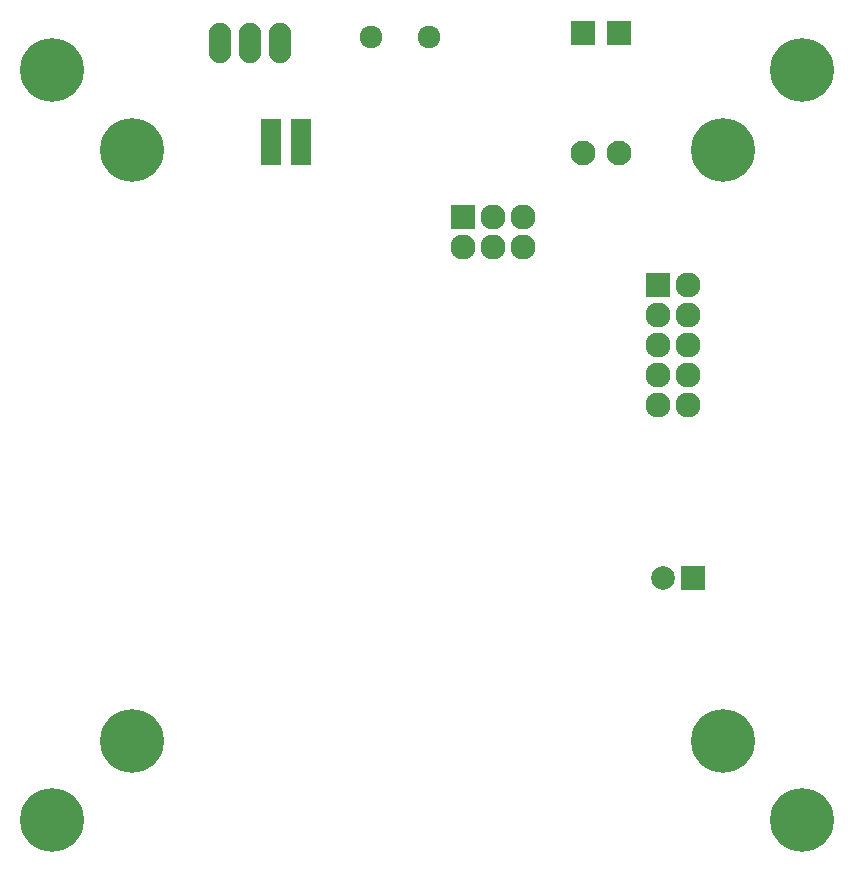
<source format=gts>
G04 #@! TF.FileFunction,Soldermask,Top*
%FSLAX46Y46*%
G04 Gerber Fmt 4.6, Leading zero omitted, Abs format (unit mm)*
G04 Created by KiCad (PCBNEW 4.0.6-e0-6349~53~ubuntu16.04.1) date Thu Mar  2 14:53:25 2017*
%MOMM*%
%LPD*%
G01*
G04 APERTURE LIST*
%ADD10C,0.100000*%
%ADD11C,5.400000*%
%ADD12R,2.127200X2.127200*%
%ADD13O,2.127200X2.127200*%
%ADD14C,2.099260*%
%ADD15R,2.099260X2.099260*%
%ADD16C,1.924000*%
%ADD17O,1.906220X3.414980*%
%ADD18R,1.670000X1.370000*%
%ADD19R,2.000000X2.000000*%
%ADD20C,2.000000*%
G04 APERTURE END LIST*
D10*
D11*
X125250000Y-124750000D03*
D12*
X176540000Y-79430000D03*
D13*
X179080000Y-79430000D03*
X176540000Y-81970000D03*
X179080000Y-81970000D03*
X176540000Y-84510000D03*
X179080000Y-84510000D03*
X176540000Y-87050000D03*
X179080000Y-87050000D03*
X176540000Y-89590000D03*
X179080000Y-89590000D03*
D12*
X160020000Y-73660000D03*
D13*
X160020000Y-76200000D03*
X162560000Y-73660000D03*
X162560000Y-76200000D03*
X165100000Y-73660000D03*
X165100000Y-76200000D03*
D14*
X173228000Y-68290000D03*
D15*
X173228000Y-58130000D03*
D14*
X170160000Y-68290000D03*
D15*
X170160000Y-58130000D03*
D16*
X152246000Y-58420000D03*
X157126000Y-58420000D03*
D11*
X182000000Y-68000000D03*
X132000000Y-68000000D03*
X182000000Y-118000000D03*
X132000000Y-118000000D03*
X188750000Y-61250000D03*
X125250000Y-61250000D03*
X188750000Y-124750000D03*
D17*
X139420000Y-58950000D03*
X141960000Y-58950000D03*
X144500000Y-58950000D03*
D18*
X146304000Y-66040000D03*
X146304000Y-67310000D03*
X146304000Y-68580000D03*
X143764000Y-68580000D03*
X143764000Y-67310000D03*
X143764000Y-66040000D03*
D19*
X179500000Y-104250000D03*
D20*
X177000000Y-104250000D03*
M02*

</source>
